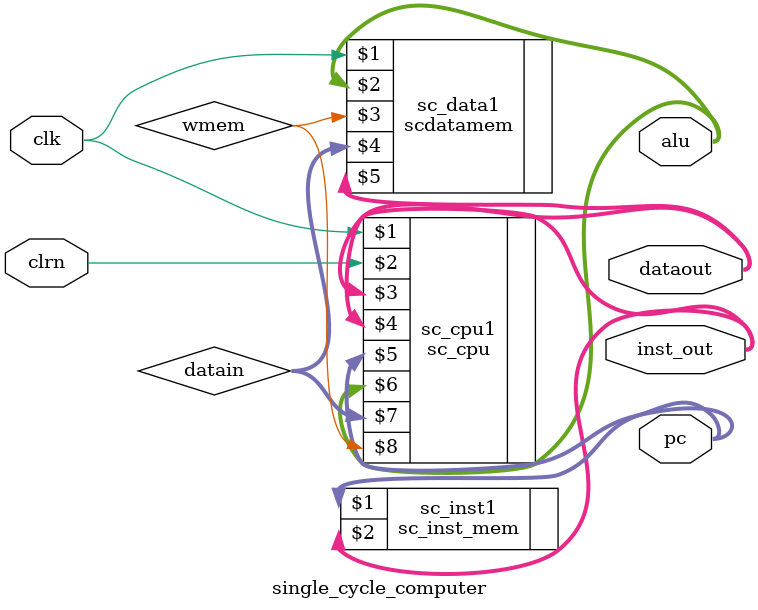
<source format=v>
`timescale 1ns / 1ps


module single_cycle_computer(
    input clk,
    input clrn,
    output [31:0]pc,
    output [31:0]inst_out,
    output [31:0]alu, 
    output[31:0]dataout
    );
    
    wire wmem; 
    wire[31:0] a;
    wire[31:0] datain; 

    sc_inst_mem sc_inst1 (pc, inst_out);
    scdatamem sc_data1 (clk, alu, wmem, datain, dataout);    
    sc_cpu sc_cpu1 (clk, clrn, inst_out, dataout, pc, alu, datain, wmem);
    
endmodule

</source>
